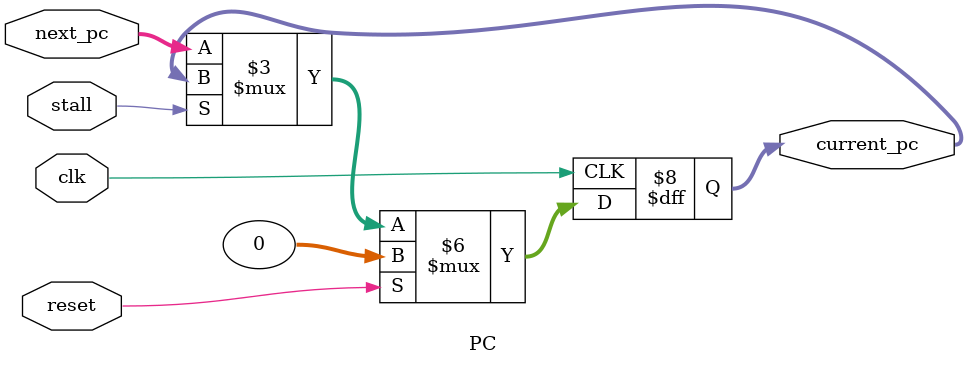
<source format=v>
module PC #(parameter data_width = 32) ( 
    input reset, 
	input clk,
    input stall,
    input [data_width - 1 : 0] next_pc,
       	output reg [data_width - 1: 0] current_pc);

always @(posedge clk) begin
    if(reset) current_pc <= 0;
    else if(!stall) current_pc <= next_pc; //update when posedge
end

endmodule

</source>
